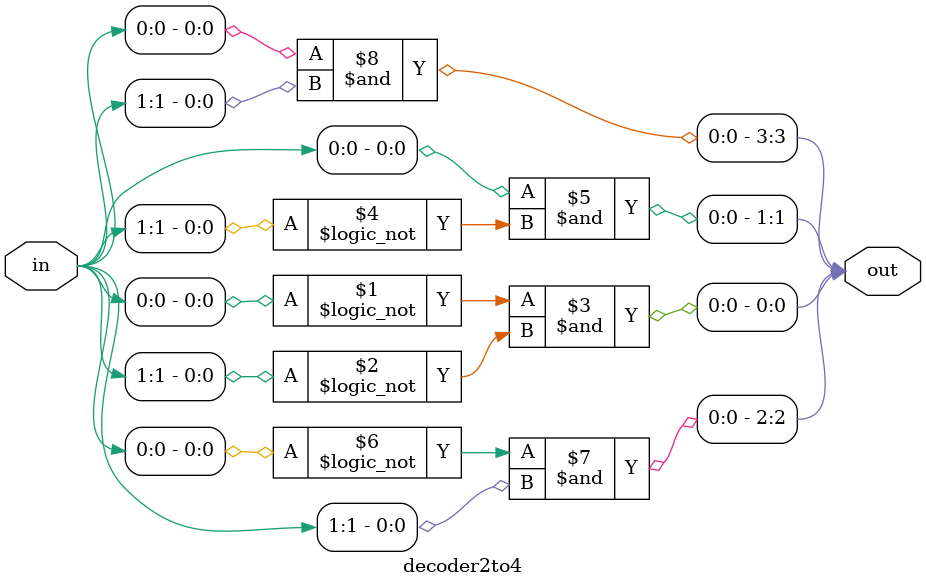
<source format=v>
`timescale 1ns / 1ps

module led_run(input clk,rst,
output wire [6:0]SEQ,
output wire [3:0]CS,
output signal,R);

wire clk1;
wire clk2;

wire [1:0]count4;

wire [3:0]DATA;
wire [3:0]DATA0;
wire [3:0]DATA1;
wire [3:0]DATA2;
wire [3:0]DATA3;

//initial
//begin
//  rst=1;
//end

//always #10 begin
//rst=0;
//end

assign signal=clk2;
assign R=rst;

fre_div #(10000,17)fre_div1
(.clk(clk),
.rst(rst),
.clk_out(clk1));

fre_div #(100,10)fre_div2
(.clk(clk1),
.rst(rst),
.clk_out(clk2));

counter #(.WIDTH(2),.M(4)) M4counter
(.clk(clk1),
.rst(rst),
.counter(count4));

//decoder2to4 decoder2to4(
//.in(count4),
//.out(CS));
assign CS[0]=!count4[0]&!count4[1];
assign CS[1]=count4[0]&!count4[1];
assign CS[2]=!count4[0]&count4[1];
assign CS[3]=count4[0]&count4[1];

digital_clock digital_clock(
.clk(clk2),
.rst(rst),
.DATA0(DATA0),
.DATA1(DATA1),
.DATA2(DATA2),
.DATA3(DATA3));

//mux4to1_bit4 mux(
//.DATA0(DATA0),
//.DATA1(DATA1),
//.DATA2(DATA2),
//.DATA3(DATA3),
//.CS(count4),
//.clk(clk1),
//.DATA(DATA));
assign DATA[0]=CS[0]&DATA0[0]|CS[1]&DATA1[0]|CS[2]&DATA2[0]|CS[3]&DATA3[0];
assign DATA[1]=CS[0]&DATA0[1]|CS[1]&DATA1[1]|CS[2]&DATA2[1]|CS[3]&DATA3[1];
assign DATA[2]=CS[0]&DATA0[2]|CS[1]&DATA1[2]|CS[2]&DATA2[2]|CS[3]&DATA3[2];
assign DATA[3]=CS[0]&DATA0[3]|CS[1]&DATA1[3]|CS[2]&DATA2[3]|CS[3]&DATA3[3];

seq seq(
.DATA(DATA),
.clk(clk),
.SEQ(SEQ));

endmodule
module digital_clock(
input clk,rst,
output [3:0]DATA0,
output [3:0]DATA1,
output [3:0]DATA2,
output [3:0]DATA3);

wire RST;

assign RST=rst|(DATA3[1]&DATA2[2]);

counter #(.WIDTH(4),.M(10))CNT_ML(
.clk(clk),
.rst(RST),
.counter(DATA0));

counter #(.WIDTH(4),.M(6))CNT_MH(
.clk(~DATA0[3]),
.rst(RST),
.counter(DATA1));

counter #(.WIDTH(4),.M(10))CNT_HL(
.clk(~DATA1[2]),
.rst(RST),
.counter(DATA2));

counter #(.WIDTH(4),.M(3))CNT_HH(
.clk(~DATA2[3]),
.rst(RST),
.counter(DATA3));

endmodule

module mux4to1_bit4(
input [3:0]DATA0,
input [3:0]DATA1,
input [3:0]DATA2,
input [3:0]DATA3,
input [1:0]CS,
input clk,
output reg [3:0]DATA);

/*
assign DATA[0]=!CS[0]&!CS[1]&DATA0[0]+
CS[0]&!CS[1]&DATA1[0]+
!CS[0]&CS[1]&DATA2[0]+
CS[0]&CS[1]&DATA3[0];
assign DATA[1]=!CS[0]&!CS[1]&DATA0[1]+
CS[0]&!CS[1]&DATA1[1]+
!CS[0]&CS[1]&DATA2[1]+
CS[0]&CS[1]&DATA3[1];
assign DATA[2]=!CS[0]&!CS[1]&DATA0[2]+
CS[0]&!CS[1]&DATA1[2]+
!CS[0]&CS[1]&DATA2[2]+
CS[0]&CS[1]&DATA3[2];
assign DATA[3]=!CS[0]&!CS[1]&DATA0[3]+
CS[0]&!CS[1]&DATA1[3]+
!CS[0]&CS[1]&DATA2[3]+
CS[0]&CS[1]&DATA3[3];
*/

always@(posedge clk)
begin
  case(CS)
    2'b00:DATA<=DATA0;
    2'b01:DATA<=DATA1;
    2'b10:DATA<=DATA2;
    2'b11:DATA<=DATA3;
endcase
end
endmodule
module seq
  (input [3:0]DATA,
  input clk,
  output reg [6:0]SEQ);
  
  always @(posedge clk)
  begin
  case(DATA)
    4'h0: SEQ=7'h7e;
    4'h1: SEQ=7'h30;
    4'h2: SEQ=7'h6d;
    4'h3: SEQ=7'h79;
    4'h4: SEQ=7'h33;
    4'h5: SEQ=7'h5b;
    4'h6: SEQ=7'h5f;
    4'h7: SEQ=7'h70;
    4'h8: SEQ=7'h7f;
    4'h9: SEQ=7'h7b;
    4'ha: SEQ=7'h77;
    4'hb: SEQ=7'h1f;
    4'hc: SEQ=7'h0d;
    4'hd: SEQ=7'h3d;
    4'he: SEQ=7'h4f;
    4'hf: SEQ=7'h47;
endcase
end

endmodule
module counter
#(parameter WIDTH=17,
parameter M=100000)
(input clk,rst,
output reg [WIDTH-1:0]counter);

always@(posedge clk or posedge rst)
begin
        if(rst)
        counter <= 0;
        else if (counter == M-1) begin  
        counter <= 0;  
        end 
        else begin  
        counter <= counter + 1;  
        end  
end
endmodule 
module fre_div #(
parameter N=8,
WIDTH=3)
(input clk,rst,
output reg clk_out);

reg [WIDTH-1:0]counter;

always@(posedge clk or posedge rst)
begin
        if(rst)
        counter<=0;
        else if (counter == N-1) begin  
        counter <= 0;  
        end 
        else begin  
        counter <= counter + 1;  
        end  
end

always @(posedge clk or posedge rst) begin  
    if (rst) begin   
        clk_out <= 0;  
    end  
    else if (counter == N-1) begin  
        clk_out <= ~clk_out;  
    end  
end

endmodule  
module decoder2to4(
input [1:0]in,
output wire [3:0]out);

assign out[0]=!in[0]&!in[1];
assign out[1]=in[0]&!in[1];
assign out[2]=!in[0]&in[1];
assign out[3]=in[0]&in[1];

endmodule

</source>
